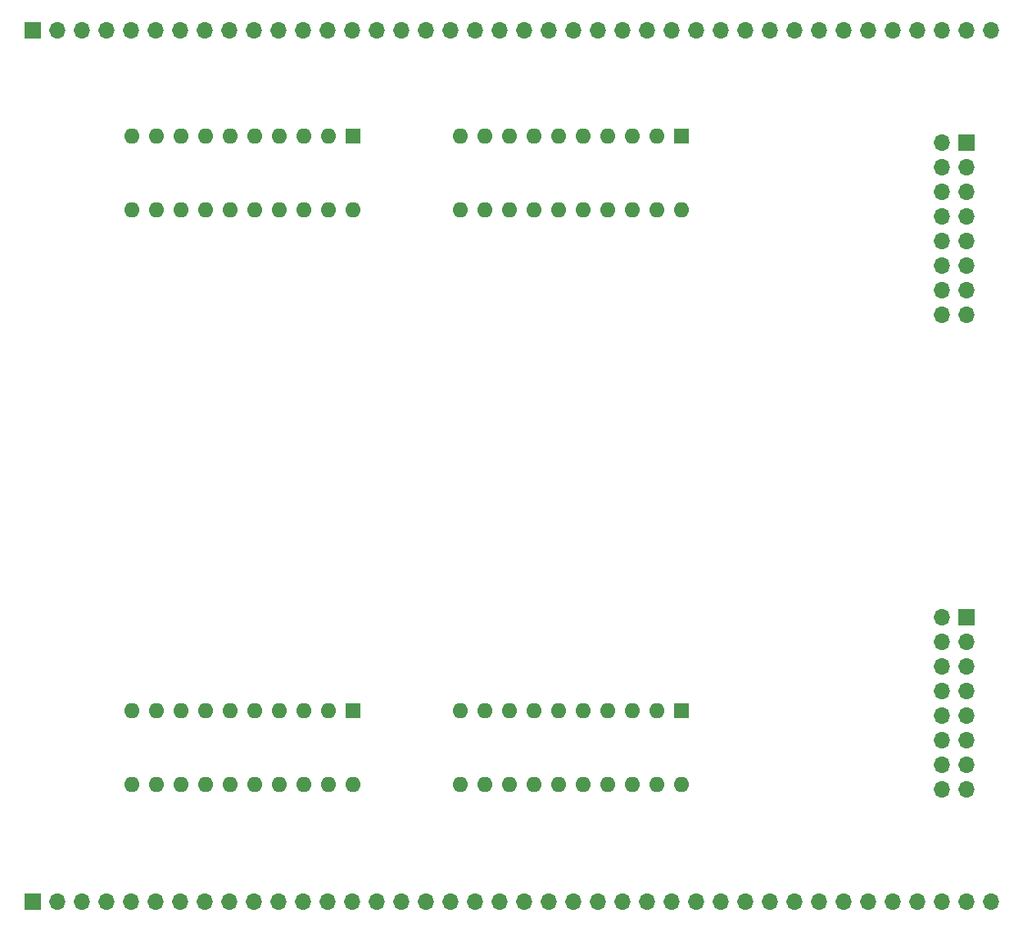
<source format=gbs>
G04 #@! TF.GenerationSoftware,KiCad,Pcbnew,(5.1.9)-1*
G04 #@! TF.CreationDate,2021-10-03T23:50:10-04:00*
G04 #@! TF.ProjectId,ab-register,61622d72-6567-4697-9374-65722e6b6963,1.0*
G04 #@! TF.SameCoordinates,Original*
G04 #@! TF.FileFunction,Soldermask,Bot*
G04 #@! TF.FilePolarity,Negative*
%FSLAX46Y46*%
G04 Gerber Fmt 4.6, Leading zero omitted, Abs format (unit mm)*
G04 Created by KiCad (PCBNEW (5.1.9)-1) date 2021-10-03 23:50:10*
%MOMM*%
%LPD*%
G01*
G04 APERTURE LIST*
%ADD10O,1.600000X1.600000*%
%ADD11R,1.600000X1.600000*%
%ADD12O,1.700000X1.700000*%
%ADD13R,1.700000X1.700000*%
G04 APERTURE END LIST*
D10*
X119500000Y-64520000D03*
X96640000Y-56900000D03*
X116960000Y-64520000D03*
X99180000Y-56900000D03*
X114420000Y-64520000D03*
X101720000Y-56900000D03*
X111880000Y-64520000D03*
X104260000Y-56900000D03*
X109340000Y-64520000D03*
X106800000Y-56900000D03*
X106800000Y-64520000D03*
X109340000Y-56900000D03*
X104260000Y-64520000D03*
X111880000Y-56900000D03*
X101720000Y-64520000D03*
X114420000Y-56900000D03*
X99180000Y-64520000D03*
X116960000Y-56900000D03*
X96640000Y-64520000D03*
D11*
X119500000Y-56900000D03*
D10*
X153500000Y-64520000D03*
X130640000Y-56900000D03*
X150960000Y-64520000D03*
X133180000Y-56900000D03*
X148420000Y-64520000D03*
X135720000Y-56900000D03*
X145880000Y-64520000D03*
X138260000Y-56900000D03*
X143340000Y-64520000D03*
X140800000Y-56900000D03*
X140800000Y-64520000D03*
X143340000Y-56900000D03*
X138260000Y-64520000D03*
X145880000Y-56900000D03*
X135720000Y-64520000D03*
X148420000Y-56900000D03*
X133180000Y-64520000D03*
X150960000Y-56900000D03*
X130640000Y-64520000D03*
D11*
X153500000Y-56900000D03*
D12*
X180360000Y-124380000D03*
X182900000Y-124380000D03*
X180360000Y-121840000D03*
X182900000Y-121840000D03*
X180360000Y-119300000D03*
X182900000Y-119300000D03*
X180360000Y-116760000D03*
X182900000Y-116760000D03*
X180360000Y-114220000D03*
X182900000Y-114220000D03*
X180360000Y-111680000D03*
X182900000Y-111680000D03*
X180360000Y-109140000D03*
X182900000Y-109140000D03*
X180360000Y-106600000D03*
D13*
X182900000Y-106600000D03*
D10*
X119500000Y-123920000D03*
X96640000Y-116300000D03*
X116960000Y-123920000D03*
X99180000Y-116300000D03*
X114420000Y-123920000D03*
X101720000Y-116300000D03*
X111880000Y-123920000D03*
X104260000Y-116300000D03*
X109340000Y-123920000D03*
X106800000Y-116300000D03*
X106800000Y-123920000D03*
X109340000Y-116300000D03*
X104260000Y-123920000D03*
X111880000Y-116300000D03*
X101720000Y-123920000D03*
X114420000Y-116300000D03*
X99180000Y-123920000D03*
X116960000Y-116300000D03*
X96640000Y-123920000D03*
D11*
X119500000Y-116300000D03*
D10*
X153500000Y-123920000D03*
X130640000Y-116300000D03*
X150960000Y-123920000D03*
X133180000Y-116300000D03*
X148420000Y-123920000D03*
X135720000Y-116300000D03*
X145880000Y-123920000D03*
X138260000Y-116300000D03*
X143340000Y-123920000D03*
X140800000Y-116300000D03*
X140800000Y-123920000D03*
X143340000Y-116300000D03*
X138260000Y-123920000D03*
X145880000Y-116300000D03*
X135720000Y-123920000D03*
X148420000Y-116300000D03*
X133180000Y-123920000D03*
X150960000Y-116300000D03*
X130640000Y-123920000D03*
D11*
X153500000Y-116300000D03*
D12*
X180360000Y-75380000D03*
X182900000Y-75380000D03*
X180360000Y-72840000D03*
X182900000Y-72840000D03*
X180360000Y-70300000D03*
X182900000Y-70300000D03*
X180360000Y-67760000D03*
X182900000Y-67760000D03*
X180360000Y-65220000D03*
X182900000Y-65220000D03*
X180360000Y-62680000D03*
X182900000Y-62680000D03*
X180360000Y-60140000D03*
X182900000Y-60140000D03*
X180360000Y-57600000D03*
D13*
X182900000Y-57600000D03*
D12*
X185460000Y-136000000D03*
X182920000Y-136000000D03*
X180380000Y-136000000D03*
X177840000Y-136000000D03*
X175300000Y-136000000D03*
X172760000Y-136000000D03*
X170220000Y-136000000D03*
X167680000Y-136000000D03*
X165140000Y-136000000D03*
X162600000Y-136000000D03*
X160060000Y-136000000D03*
X157520000Y-136000000D03*
X154980000Y-136000000D03*
X152440000Y-136000000D03*
X149900000Y-136000000D03*
X147360000Y-136000000D03*
X144820000Y-136000000D03*
X142280000Y-136000000D03*
X139740000Y-136000000D03*
X137200000Y-136000000D03*
X134660000Y-136000000D03*
X132120000Y-136000000D03*
X129580000Y-136000000D03*
X127040000Y-136000000D03*
X124500000Y-136000000D03*
X121960000Y-136000000D03*
X119420000Y-136000000D03*
X116880000Y-136000000D03*
X114340000Y-136000000D03*
X111800000Y-136000000D03*
X109260000Y-136000000D03*
X106720000Y-136000000D03*
X104180000Y-136000000D03*
X101640000Y-136000000D03*
X99100000Y-136000000D03*
X96560000Y-136000000D03*
X94020000Y-136000000D03*
X91480000Y-136000000D03*
X88940000Y-136000000D03*
D13*
X86400000Y-136000000D03*
D12*
X185460000Y-46000000D03*
X182920000Y-46000000D03*
X180380000Y-46000000D03*
X177840000Y-46000000D03*
X175300000Y-46000000D03*
X172760000Y-46000000D03*
X170220000Y-46000000D03*
X167680000Y-46000000D03*
X165140000Y-46000000D03*
X162600000Y-46000000D03*
X160060000Y-46000000D03*
X157520000Y-46000000D03*
X154980000Y-46000000D03*
X152440000Y-46000000D03*
X149900000Y-46000000D03*
X147360000Y-46000000D03*
X144820000Y-46000000D03*
X142280000Y-46000000D03*
X139740000Y-46000000D03*
X137200000Y-46000000D03*
X134660000Y-46000000D03*
X132120000Y-46000000D03*
X129580000Y-46000000D03*
X127040000Y-46000000D03*
X124500000Y-46000000D03*
X121960000Y-46000000D03*
X119420000Y-46000000D03*
X116880000Y-46000000D03*
X114340000Y-46000000D03*
X111800000Y-46000000D03*
X109260000Y-46000000D03*
X106720000Y-46000000D03*
X104180000Y-46000000D03*
X101640000Y-46000000D03*
X99100000Y-46000000D03*
X96560000Y-46000000D03*
X94020000Y-46000000D03*
X91480000Y-46000000D03*
X88940000Y-46000000D03*
D13*
X86400000Y-46000000D03*
M02*

</source>
